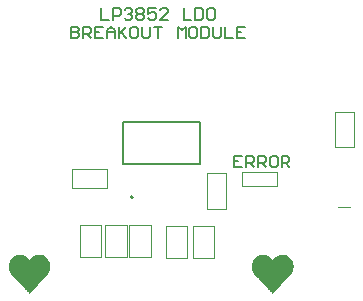
<source format=gto>
G04*
G04 #@! TF.GenerationSoftware,Altium Limited,Altium Designer,22.3.1 (43)*
G04*
G04 Layer_Color=65535*
%FSLAX25Y25*%
%MOIN*%
G70*
G04*
G04 #@! TF.SameCoordinates,5170A01E-4387-43F3-8572-BE7CC5784F07*
G04*
G04*
G04 #@! TF.FilePolarity,Positive*
G04*
G01*
G75*
%ADD10C,0.00787*%
%ADD11C,0.00500*%
%ADD12C,0.00394*%
%ADD13C,0.00630*%
G36*
X24985Y6256D02*
X25094D01*
Y6147D01*
X25420D01*
Y6039D01*
X25529D01*
Y6147D01*
X25637D01*
Y6039D01*
X25746D01*
Y5930D01*
X25855D01*
Y5821D01*
X25963D01*
Y5713D01*
X26289D01*
Y5604D01*
X26398D01*
Y5495D01*
X26507D01*
Y5387D01*
X26615D01*
Y5278D01*
X26724D01*
Y5169D01*
X26833D01*
Y5061D01*
X26941D01*
Y4952D01*
X27050D01*
Y4843D01*
X27159D01*
Y4735D01*
Y4626D01*
X27376D01*
Y4517D01*
X27267D01*
Y4409D01*
X27376D01*
Y4300D01*
X27485D01*
Y4191D01*
X27593D01*
Y4083D01*
Y3974D01*
Y3865D01*
X27702D01*
Y3757D01*
Y3648D01*
Y3539D01*
X27811D01*
Y3431D01*
X27702D01*
Y3322D01*
X27811D01*
Y3213D01*
Y3105D01*
Y2996D01*
X27919D01*
Y2887D01*
X27811D01*
Y2779D01*
X27919D01*
Y2670D01*
Y2561D01*
Y2453D01*
Y2344D01*
Y2235D01*
Y2127D01*
Y2018D01*
Y1909D01*
Y1801D01*
X27811D01*
Y1692D01*
X27919D01*
Y1583D01*
X27811D01*
Y1475D01*
Y1366D01*
Y1257D01*
X27702D01*
Y1149D01*
X27811D01*
Y1040D01*
X27702D01*
Y931D01*
X27593D01*
Y823D01*
Y714D01*
Y605D01*
X27485D01*
Y497D01*
Y388D01*
X27376D01*
Y279D01*
Y171D01*
X27267D01*
Y62D01*
X27159D01*
Y-47D01*
X27050D01*
Y-155D01*
Y-264D01*
X26941D01*
Y-373D01*
Y-481D01*
X26724D01*
Y-590D01*
Y-699D01*
X26615D01*
Y-807D01*
X26507D01*
Y-916D01*
X26398D01*
Y-1025D01*
X26289D01*
Y-1133D01*
X26181D01*
Y-1242D01*
X26072D01*
Y-1351D01*
X25963D01*
Y-1459D01*
X25855D01*
Y-1568D01*
X25746D01*
Y-1677D01*
X25637D01*
Y-1785D01*
X25529D01*
Y-1894D01*
X25420D01*
Y-2003D01*
X25311D01*
Y-2111D01*
X25203D01*
Y-2220D01*
X25094D01*
Y-2329D01*
X24985D01*
Y-2437D01*
X24877D01*
Y-2546D01*
X24768D01*
Y-2655D01*
X24659D01*
Y-2763D01*
Y-2872D01*
X24442D01*
Y-2981D01*
Y-3089D01*
X24225D01*
Y-3198D01*
Y-3307D01*
X24116D01*
Y-3415D01*
X24007D01*
Y-3524D01*
X23899D01*
Y-3633D01*
Y-3741D01*
X23681D01*
Y-3850D01*
Y-3959D01*
X23464D01*
Y-4067D01*
Y-4176D01*
X23355D01*
Y-4285D01*
X23247D01*
Y-4393D01*
X23138D01*
Y-4502D01*
X23029D01*
Y-4611D01*
X22921D01*
Y-4719D01*
X22812D01*
Y-4828D01*
X22703D01*
Y-4937D01*
X22595D01*
Y-5045D01*
X22486D01*
Y-5154D01*
X22377D01*
Y-5263D01*
X22269D01*
Y-5371D01*
X22160D01*
Y-5480D01*
X22051D01*
Y-5589D01*
X21943D01*
Y-5697D01*
X21834D01*
Y-5806D01*
X21725D01*
Y-5915D01*
X21617D01*
Y-6023D01*
X21508D01*
Y-6132D01*
X21399D01*
Y-6241D01*
X21291D01*
Y-6349D01*
X21182D01*
Y-6458D01*
X21073D01*
Y-6567D01*
X20965D01*
Y-6675D01*
X20856D01*
Y-6567D01*
X20747D01*
Y-6458D01*
X20639D01*
Y-6349D01*
X20530D01*
Y-6241D01*
X20639D01*
Y-6132D01*
X20313D01*
Y-6023D01*
Y-5915D01*
X20095D01*
Y-5806D01*
X20204D01*
Y-5697D01*
X19878D01*
Y-5589D01*
X19987D01*
Y-5480D01*
X19661D01*
Y-5371D01*
X19769D01*
Y-5263D01*
X19552D01*
Y-5154D01*
Y-5045D01*
X19335D01*
Y-4937D01*
Y-4828D01*
X19226D01*
Y-4719D01*
X19117D01*
Y-4611D01*
X19009D01*
Y-4502D01*
X18900D01*
Y-4393D01*
X18791D01*
Y-4285D01*
X18683D01*
Y-4176D01*
X18574D01*
Y-4067D01*
X18465D01*
Y-3959D01*
X18357D01*
Y-3850D01*
X18248D01*
Y-3741D01*
X18139D01*
Y-3633D01*
X18031D01*
Y-3524D01*
X17922D01*
Y-3415D01*
X17813D01*
Y-3307D01*
X17705D01*
Y-3198D01*
X17596D01*
Y-3089D01*
X17487D01*
Y-2981D01*
X17379D01*
Y-2872D01*
X17270D01*
Y-2763D01*
Y-2655D01*
X17053D01*
Y-2546D01*
Y-2437D01*
X16835D01*
Y-2329D01*
Y-2220D01*
X16727D01*
Y-2111D01*
X16618D01*
Y-2003D01*
X16509D01*
Y-1894D01*
X16401D01*
Y-1785D01*
X16292D01*
Y-1677D01*
Y-1568D01*
X16075D01*
Y-1459D01*
Y-1351D01*
X15966D01*
Y-1242D01*
X15857D01*
Y-1133D01*
X15749D01*
Y-1025D01*
X15640D01*
Y-916D01*
X15531D01*
Y-807D01*
X15423D01*
Y-699D01*
X15314D01*
Y-590D01*
X15205D01*
Y-481D01*
X15097D01*
Y-373D01*
X14988D01*
Y-264D01*
X14879D01*
Y-155D01*
X14771D01*
Y-47D01*
X14662D01*
Y62D01*
X14771D01*
Y171D01*
X14553D01*
Y279D01*
Y388D01*
X14445D01*
Y497D01*
Y605D01*
Y714D01*
X14336D01*
Y823D01*
X14227D01*
Y931D01*
X14336D01*
Y1040D01*
X14227D01*
Y1149D01*
Y1257D01*
Y1366D01*
X14119D01*
Y1475D01*
X14010D01*
Y1583D01*
X14119D01*
Y1692D01*
X14010D01*
Y1801D01*
X14119D01*
Y1909D01*
X14010D01*
Y2018D01*
X14119D01*
Y2127D01*
X14010D01*
Y2235D01*
Y2344D01*
Y2453D01*
X14119D01*
Y2561D01*
X14010D01*
Y2670D01*
X14119D01*
Y2779D01*
X14010D01*
Y2887D01*
X14119D01*
Y2996D01*
X14010D01*
Y3105D01*
X14119D01*
Y3213D01*
Y3322D01*
Y3431D01*
X14227D01*
Y3539D01*
Y3648D01*
Y3757D01*
X14336D01*
Y3865D01*
Y3974D01*
Y4083D01*
X14445D01*
Y4191D01*
X14553D01*
Y4300D01*
Y4409D01*
Y4517D01*
X14662D01*
Y4626D01*
X14771D01*
Y4735D01*
X14879D01*
Y4843D01*
X14988D01*
Y4952D01*
X14879D01*
Y5061D01*
X15097D01*
Y5169D01*
Y5278D01*
X15314D01*
Y5387D01*
Y5495D01*
X15640D01*
Y5604D01*
Y5713D01*
X15857D01*
Y5821D01*
X15966D01*
Y5930D01*
X16292D01*
Y6039D01*
X16401D01*
Y6147D01*
X16727D01*
Y6256D01*
X16835D01*
Y6147D01*
X16944D01*
Y6256D01*
X17053D01*
Y6365D01*
X17161D01*
Y6256D01*
X17270D01*
Y6365D01*
X17379D01*
Y6256D01*
X17487D01*
Y6365D01*
X18031D01*
Y6256D01*
X18139D01*
Y6365D01*
X18248D01*
Y6256D01*
X18357D01*
Y6365D01*
X18465D01*
Y6256D01*
X18574D01*
Y6147D01*
X18683D01*
Y6256D01*
X18791D01*
Y6147D01*
X19117D01*
Y6039D01*
X19226D01*
Y5930D01*
X19552D01*
Y5821D01*
X19661D01*
Y5713D01*
X19987D01*
Y5604D01*
Y5495D01*
X20204D01*
Y5387D01*
X20313D01*
Y5278D01*
X20421D01*
Y5169D01*
X20530D01*
Y5061D01*
X20639D01*
Y4952D01*
X20747D01*
Y4843D01*
X20856D01*
Y4735D01*
X20965D01*
Y4626D01*
X21073D01*
Y4735D01*
X21182D01*
Y4843D01*
X21291D01*
Y4952D01*
X21399D01*
Y5061D01*
X21508D01*
Y5169D01*
X21617D01*
Y5278D01*
X21725D01*
Y5387D01*
X21834D01*
Y5495D01*
X21943D01*
Y5604D01*
X22051D01*
Y5713D01*
X22269D01*
Y5821D01*
Y5930D01*
X22377D01*
Y5821D01*
X22486D01*
Y5930D01*
X22595D01*
Y6039D01*
X22921D01*
Y6147D01*
X23247D01*
Y6256D01*
X23573D01*
Y6365D01*
X23681D01*
Y6256D01*
X23790D01*
Y6365D01*
X23899D01*
Y6256D01*
X24007D01*
Y6365D01*
X24333D01*
Y6256D01*
X24442D01*
Y6365D01*
X24551D01*
Y6256D01*
X24659D01*
Y6365D01*
X24768D01*
Y6256D01*
X24877D01*
Y6365D01*
X24985D01*
Y6256D01*
D02*
G37*
G36*
X106036D02*
X106144D01*
Y6147D01*
X106471D01*
Y6039D01*
X106579D01*
Y6147D01*
X106688D01*
Y6039D01*
X106797D01*
Y5930D01*
X106905D01*
Y5821D01*
X107014D01*
Y5713D01*
X107340D01*
Y5604D01*
X107448D01*
Y5495D01*
X107557D01*
Y5387D01*
X107666D01*
Y5278D01*
X107774D01*
Y5169D01*
X107883D01*
Y5061D01*
X107992D01*
Y4952D01*
X108100D01*
Y4843D01*
X108209D01*
Y4735D01*
Y4626D01*
X108426D01*
Y4517D01*
X108318D01*
Y4409D01*
X108426D01*
Y4300D01*
X108535D01*
Y4191D01*
X108644D01*
Y4083D01*
Y3974D01*
Y3865D01*
X108753D01*
Y3757D01*
Y3648D01*
Y3539D01*
X108861D01*
Y3431D01*
X108753D01*
Y3322D01*
X108861D01*
Y3213D01*
Y3105D01*
Y2996D01*
X108970D01*
Y2887D01*
X108861D01*
Y2779D01*
X108970D01*
Y2670D01*
Y2561D01*
Y2453D01*
Y2344D01*
Y2235D01*
Y2127D01*
Y2018D01*
Y1909D01*
Y1801D01*
X108861D01*
Y1692D01*
X108970D01*
Y1583D01*
X108861D01*
Y1475D01*
Y1366D01*
Y1257D01*
X108753D01*
Y1149D01*
X108861D01*
Y1040D01*
X108753D01*
Y931D01*
X108644D01*
Y823D01*
Y714D01*
Y605D01*
X108535D01*
Y497D01*
Y388D01*
X108426D01*
Y279D01*
Y171D01*
X108318D01*
Y62D01*
X108209D01*
Y-47D01*
X108100D01*
Y-155D01*
Y-264D01*
X107992D01*
Y-373D01*
Y-481D01*
X107774D01*
Y-590D01*
Y-699D01*
X107666D01*
Y-807D01*
X107557D01*
Y-916D01*
X107448D01*
Y-1025D01*
X107340D01*
Y-1133D01*
X107231D01*
Y-1242D01*
X107123D01*
Y-1351D01*
X107014D01*
Y-1459D01*
X106905D01*
Y-1568D01*
X106797D01*
Y-1677D01*
X106688D01*
Y-1785D01*
X106579D01*
Y-1894D01*
X106471D01*
Y-2003D01*
X106362D01*
Y-2111D01*
X106253D01*
Y-2220D01*
X106144D01*
Y-2329D01*
X106036D01*
Y-2437D01*
X105927D01*
Y-2546D01*
X105818D01*
Y-2655D01*
X105710D01*
Y-2763D01*
Y-2872D01*
X105492D01*
Y-2981D01*
Y-3089D01*
X105275D01*
Y-3198D01*
Y-3307D01*
X105166D01*
Y-3415D01*
X105058D01*
Y-3524D01*
X104949D01*
Y-3633D01*
Y-3741D01*
X104732D01*
Y-3850D01*
Y-3959D01*
X104515D01*
Y-4067D01*
Y-4176D01*
X104406D01*
Y-4285D01*
X104297D01*
Y-4393D01*
X104189D01*
Y-4502D01*
X104080D01*
Y-4611D01*
X103971D01*
Y-4719D01*
X103863D01*
Y-4828D01*
X103754D01*
Y-4937D01*
X103645D01*
Y-5045D01*
X103536D01*
Y-5154D01*
X103428D01*
Y-5263D01*
X103319D01*
Y-5371D01*
X103210D01*
Y-5480D01*
X103102D01*
Y-5589D01*
X102993D01*
Y-5697D01*
X102884D01*
Y-5806D01*
X102776D01*
Y-5915D01*
X102667D01*
Y-6023D01*
X102559D01*
Y-6132D01*
X102450D01*
Y-6241D01*
X102341D01*
Y-6349D01*
X102233D01*
Y-6458D01*
X102124D01*
Y-6567D01*
X102015D01*
Y-6675D01*
X101907D01*
Y-6567D01*
X101798D01*
Y-6458D01*
X101689D01*
Y-6349D01*
X101581D01*
Y-6241D01*
X101689D01*
Y-6132D01*
X101363D01*
Y-6023D01*
Y-5915D01*
X101146D01*
Y-5806D01*
X101254D01*
Y-5697D01*
X100928D01*
Y-5589D01*
X101037D01*
Y-5480D01*
X100711D01*
Y-5371D01*
X100820D01*
Y-5263D01*
X100602D01*
Y-5154D01*
Y-5045D01*
X100385D01*
Y-4937D01*
Y-4828D01*
X100277D01*
Y-4719D01*
X100168D01*
Y-4611D01*
X100059D01*
Y-4502D01*
X99950D01*
Y-4393D01*
X99842D01*
Y-4285D01*
X99733D01*
Y-4176D01*
X99625D01*
Y-4067D01*
X99516D01*
Y-3959D01*
X99407D01*
Y-3850D01*
X99299D01*
Y-3741D01*
X99190D01*
Y-3633D01*
X99081D01*
Y-3524D01*
X98972D01*
Y-3415D01*
X98864D01*
Y-3307D01*
X98755D01*
Y-3198D01*
X98646D01*
Y-3089D01*
X98538D01*
Y-2981D01*
X98429D01*
Y-2872D01*
X98321D01*
Y-2763D01*
Y-2655D01*
X98103D01*
Y-2546D01*
Y-2437D01*
X97886D01*
Y-2329D01*
Y-2220D01*
X97777D01*
Y-2111D01*
X97668D01*
Y-2003D01*
X97560D01*
Y-1894D01*
X97451D01*
Y-1785D01*
X97342D01*
Y-1677D01*
Y-1568D01*
X97125D01*
Y-1459D01*
Y-1351D01*
X97017D01*
Y-1242D01*
X96908D01*
Y-1133D01*
X96799D01*
Y-1025D01*
X96690D01*
Y-916D01*
X96582D01*
Y-807D01*
X96473D01*
Y-699D01*
X96364D01*
Y-590D01*
X96256D01*
Y-481D01*
X96147D01*
Y-373D01*
X96039D01*
Y-264D01*
X95930D01*
Y-155D01*
X95821D01*
Y-47D01*
X95713D01*
Y62D01*
X95821D01*
Y171D01*
X95604D01*
Y279D01*
Y388D01*
X95495D01*
Y497D01*
Y605D01*
Y714D01*
X95386D01*
Y823D01*
X95278D01*
Y931D01*
X95386D01*
Y1040D01*
X95278D01*
Y1149D01*
Y1257D01*
Y1366D01*
X95169D01*
Y1475D01*
X95060D01*
Y1583D01*
X95169D01*
Y1692D01*
X95060D01*
Y1801D01*
X95169D01*
Y1909D01*
X95060D01*
Y2018D01*
X95169D01*
Y2127D01*
X95060D01*
Y2235D01*
Y2344D01*
Y2453D01*
X95169D01*
Y2561D01*
X95060D01*
Y2670D01*
X95169D01*
Y2779D01*
X95060D01*
Y2887D01*
X95169D01*
Y2996D01*
X95060D01*
Y3105D01*
X95169D01*
Y3213D01*
Y3322D01*
Y3431D01*
X95278D01*
Y3539D01*
Y3648D01*
Y3757D01*
X95386D01*
Y3865D01*
Y3974D01*
Y4083D01*
X95495D01*
Y4191D01*
X95604D01*
Y4300D01*
Y4409D01*
Y4517D01*
X95713D01*
Y4626D01*
X95821D01*
Y4735D01*
X95930D01*
Y4843D01*
X96039D01*
Y4952D01*
X95930D01*
Y5061D01*
X96147D01*
Y5169D01*
Y5278D01*
X96364D01*
Y5387D01*
Y5495D01*
X96690D01*
Y5604D01*
Y5713D01*
X96908D01*
Y5821D01*
X97017D01*
Y5930D01*
X97342D01*
Y6039D01*
X97451D01*
Y6147D01*
X97777D01*
Y6256D01*
X97886D01*
Y6147D01*
X97995D01*
Y6256D01*
X98103D01*
Y6365D01*
X98212D01*
Y6256D01*
X98321D01*
Y6365D01*
X98429D01*
Y6256D01*
X98538D01*
Y6365D01*
X99081D01*
Y6256D01*
X99190D01*
Y6365D01*
X99299D01*
Y6256D01*
X99407D01*
Y6365D01*
X99516D01*
Y6256D01*
X99625D01*
Y6147D01*
X99733D01*
Y6256D01*
X99842D01*
Y6147D01*
X100168D01*
Y6039D01*
X100277D01*
Y5930D01*
X100602D01*
Y5821D01*
X100711D01*
Y5713D01*
X101037D01*
Y5604D01*
Y5495D01*
X101254D01*
Y5387D01*
X101363D01*
Y5278D01*
X101472D01*
Y5169D01*
X101581D01*
Y5061D01*
X101689D01*
Y4952D01*
X101798D01*
Y4843D01*
X101907D01*
Y4735D01*
X102015D01*
Y4626D01*
X102124D01*
Y4735D01*
X102233D01*
Y4843D01*
X102341D01*
Y4952D01*
X102450D01*
Y5061D01*
X102559D01*
Y5169D01*
X102667D01*
Y5278D01*
X102776D01*
Y5387D01*
X102884D01*
Y5495D01*
X102993D01*
Y5604D01*
X103102D01*
Y5713D01*
X103319D01*
Y5821D01*
Y5930D01*
X103428D01*
Y5821D01*
X103536D01*
Y5930D01*
X103645D01*
Y6039D01*
X103971D01*
Y6147D01*
X104297D01*
Y6256D01*
X104623D01*
Y6365D01*
X104732D01*
Y6256D01*
X104841D01*
Y6365D01*
X104949D01*
Y6256D01*
X105058D01*
Y6365D01*
X105384D01*
Y6256D01*
X105492D01*
Y6365D01*
X105601D01*
Y6256D01*
X105710D01*
Y6365D01*
X105818D01*
Y6256D01*
X105927D01*
Y6365D01*
X106036D01*
Y6256D01*
D02*
G37*
D10*
X55429Y25469D02*
G03*
X55429Y25469I-394J0D01*
G01*
D11*
X52083Y50587D02*
X77673D01*
X52083Y36571D02*
X77673D01*
Y50587D01*
X52083Y36571D02*
Y50587D01*
D12*
X122736Y42224D02*
X129035D01*
Y54035D01*
X122736D02*
X129035D01*
X122736Y42224D02*
Y54035D01*
X123917Y22244D02*
X127854D01*
X80118Y33465D02*
X86417D01*
X80118Y21654D02*
Y33465D01*
Y21654D02*
X86417D01*
Y33465D01*
X103319Y29228D02*
Y33952D01*
X91873D02*
X103319D01*
X91873Y29228D02*
Y33952D01*
Y29228D02*
X103319D01*
X54276Y16358D02*
X61378D01*
Y5705D02*
Y16358D01*
X54276Y5705D02*
X61378D01*
X54276D02*
Y16358D01*
X66429Y15858D02*
X73532D01*
Y5205D02*
Y15858D01*
X66429Y5205D02*
X73532D01*
X66429D02*
Y15858D01*
X35138Y34843D02*
X46949D01*
Y28543D02*
Y34843D01*
X35138Y28543D02*
X46949D01*
X35138D02*
Y34843D01*
X75429Y5205D02*
X82531D01*
X75429D02*
Y15858D01*
X82531D01*
Y5205D02*
Y15858D01*
X37776Y5705D02*
X44878D01*
X37776D02*
Y16358D01*
X44878D01*
Y5705D02*
Y16358D01*
X46276Y5705D02*
X53378D01*
X46276D02*
Y16358D01*
X53378D01*
Y5705D02*
Y16358D01*
D13*
X91866Y39408D02*
X89242D01*
Y35472D01*
X91866D01*
X89242Y37440D02*
X90554D01*
X93177Y35472D02*
Y39408D01*
X95145D01*
X95801Y38752D01*
Y37440D01*
X95145Y36784D01*
X93177D01*
X94490D02*
X95801Y35472D01*
X97113D02*
Y39408D01*
X99081D01*
X99737Y38752D01*
Y37440D01*
X99081Y36784D01*
X97113D01*
X98425D02*
X99737Y35472D01*
X103017Y39408D02*
X101705D01*
X101049Y38752D01*
Y36128D01*
X101705Y35472D01*
X103017D01*
X103673Y36128D01*
Y38752D01*
X103017Y39408D01*
X104985Y35472D02*
Y39408D01*
X106953D01*
X107609Y38752D01*
Y37440D01*
X106953Y36784D01*
X104985D01*
X106297D02*
X107609Y35472D01*
X44757Y88655D02*
Y84719D01*
X47381D01*
X48693D02*
Y88655D01*
X50660D01*
X51316Y87999D01*
Y86687D01*
X50660Y86031D01*
X48693D01*
X52628Y87999D02*
X53284Y88655D01*
X54596D01*
X55252Y87999D01*
Y87343D01*
X54596Y86687D01*
X53940D01*
X54596D01*
X55252Y86031D01*
Y85375D01*
X54596Y84719D01*
X53284D01*
X52628Y85375D01*
X56564Y87999D02*
X57220Y88655D01*
X58532D01*
X59188Y87999D01*
Y87343D01*
X58532Y86687D01*
X59188Y86031D01*
Y85375D01*
X58532Y84719D01*
X57220D01*
X56564Y85375D01*
Y86031D01*
X57220Y86687D01*
X56564Y87343D01*
Y87999D01*
X57220Y86687D02*
X58532D01*
X63124Y88655D02*
X60500D01*
Y86687D01*
X61812Y87343D01*
X62468D01*
X63124Y86687D01*
Y85375D01*
X62468Y84719D01*
X61156D01*
X60500Y85375D01*
X67059Y84719D02*
X64435D01*
X67059Y87343D01*
Y87999D01*
X66403Y88655D01*
X65091D01*
X64435Y87999D01*
X72307Y88655D02*
Y84719D01*
X74931D01*
X76243Y88655D02*
Y84719D01*
X78211D01*
X78866Y85375D01*
Y87999D01*
X78211Y88655D01*
X76243D01*
X82146D02*
X80834D01*
X80178Y87999D01*
Y85375D01*
X80834Y84719D01*
X82146D01*
X82802Y85375D01*
Y87999D01*
X82146Y88655D01*
X34917Y82420D02*
Y78484D01*
X36885D01*
X37541Y79140D01*
Y79796D01*
X36885Y80452D01*
X34917D01*
X36885D01*
X37541Y81108D01*
Y81764D01*
X36885Y82420D01*
X34917D01*
X38853Y78484D02*
Y82420D01*
X40821D01*
X41477Y81764D01*
Y80452D01*
X40821Y79796D01*
X38853D01*
X40165D02*
X41477Y78484D01*
X45413Y82420D02*
X42789D01*
Y78484D01*
X45413D01*
X42789Y80452D02*
X44101D01*
X46725Y78484D02*
Y81108D01*
X48037Y82420D01*
X49349Y81108D01*
Y78484D01*
Y80452D01*
X46725D01*
X50660Y82420D02*
Y78484D01*
Y79796D01*
X53284Y82420D01*
X51316Y80452D01*
X53284Y78484D01*
X56564Y82420D02*
X55252D01*
X54596Y81764D01*
Y79140D01*
X55252Y78484D01*
X56564D01*
X57220Y79140D01*
Y81764D01*
X56564Y82420D01*
X58532D02*
Y79140D01*
X59188Y78484D01*
X60500D01*
X61156Y79140D01*
Y82420D01*
X62468D02*
X65091D01*
X63779D01*
Y78484D01*
X70339D02*
Y82420D01*
X71651Y81108D01*
X72963Y82420D01*
Y78484D01*
X76243Y82420D02*
X74931D01*
X74275Y81764D01*
Y79140D01*
X74931Y78484D01*
X76243D01*
X76899Y79140D01*
Y81764D01*
X76243Y82420D01*
X78211D02*
Y78484D01*
X80178D01*
X80834Y79140D01*
Y81764D01*
X80178Y82420D01*
X78211D01*
X82146D02*
Y79140D01*
X82802Y78484D01*
X84114D01*
X84770Y79140D01*
Y82420D01*
X86082D02*
Y78484D01*
X88706D01*
X92642Y82420D02*
X90018D01*
Y78484D01*
X92642D01*
X90018Y80452D02*
X91330D01*
M02*

</source>
